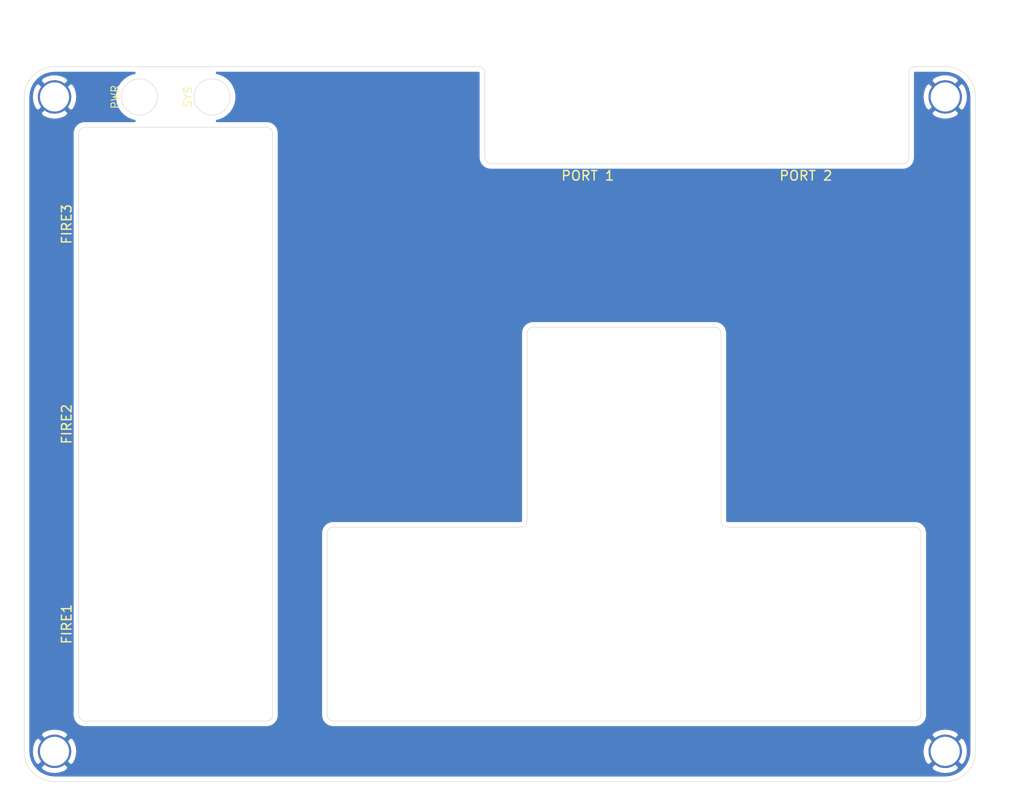
<source format=kicad_pcb>
(kicad_pcb (version 20171130) (host pcbnew "(5.1.8)-1")

  (general
    (thickness 1.6)
    (drawings 49)
    (tracks 0)
    (zones 0)
    (modules 4)
    (nets 2)
  )

  (page A4)
  (layers
    (0 F.Cu signal)
    (31 B.Cu signal)
    (32 B.Adhes user)
    (33 F.Adhes user)
    (34 B.Paste user)
    (35 F.Paste user)
    (36 B.SilkS user)
    (37 F.SilkS user)
    (38 B.Mask user)
    (39 F.Mask user)
    (40 Dwgs.User user)
    (41 Cmts.User user)
    (42 Eco1.User user)
    (43 Eco2.User user)
    (44 Edge.Cuts user)
    (45 Margin user)
    (46 B.CrtYd user)
    (47 F.CrtYd user)
    (48 B.Fab user)
    (49 F.Fab user)
  )

  (setup
    (last_trace_width 0.25)
    (trace_clearance 0.2)
    (zone_clearance 0.508)
    (zone_45_only no)
    (trace_min 0.2)
    (via_size 0.8)
    (via_drill 0.4)
    (via_min_size 0.4)
    (via_min_drill 0.3)
    (uvia_size 0.3)
    (uvia_drill 0.1)
    (uvias_allowed no)
    (uvia_min_size 0.2)
    (uvia_min_drill 0.1)
    (edge_width 0.05)
    (segment_width 0.2)
    (pcb_text_width 0.3)
    (pcb_text_size 1.5 1.5)
    (mod_edge_width 0.12)
    (mod_text_size 1 1)
    (mod_text_width 0.15)
    (pad_size 1.524 1.524)
    (pad_drill 0.762)
    (pad_to_mask_clearance 0)
    (aux_axis_origin 0 0)
    (visible_elements 7FFFFFFF)
    (pcbplotparams
      (layerselection 0x011fc_ffffffff)
      (usegerberextensions true)
      (usegerberattributes false)
      (usegerberadvancedattributes false)
      (creategerberjobfile false)
      (excludeedgelayer true)
      (linewidth 0.100000)
      (plotframeref false)
      (viasonmask false)
      (mode 1)
      (useauxorigin false)
      (hpglpennumber 1)
      (hpglpenspeed 20)
      (hpglpendiameter 15.000000)
      (psnegative false)
      (psa4output false)
      (plotreference true)
      (plotvalue true)
      (plotinvisibletext false)
      (padsonsilk false)
      (subtractmaskfromsilk false)
      (outputformat 1)
      (mirror false)
      (drillshape 0)
      (scaleselection 1)
      (outputdirectory "export/"))
  )

  (net 0 "")
  (net 1 "Net-(M1-Pad1)")

  (net_class Default "This is the default net class."
    (clearance 0.2)
    (trace_width 0.25)
    (via_dia 0.8)
    (via_drill 0.4)
    (uvia_dia 0.3)
    (uvia_drill 0.1)
    (add_net "Net-(M1-Pad1)")
  )

  (module mounting:M3_pin (layer F.Cu) (tedit 5F76331A) (tstamp 5FB9C1CD)
    (at 144.145 154.305)
    (descr "module 1 pin (ou trou mecanique de percage)")
    (tags DEV)
    (path /5FB6F935)
    (fp_text reference M1 (at 0 -3.048) (layer F.Fab) hide
      (effects (font (size 1 1) (thickness 0.15)))
    )
    (fp_text value Mounting (at 0 3) (layer F.Fab) hide
      (effects (font (size 1 1) (thickness 0.15)))
    )
    (fp_circle (center 0 0) (end 2.6 0) (layer F.CrtYd) (width 0.05))
    (fp_circle (center 0 0) (end 2 0.8) (layer F.Fab) (width 0.1))
    (pad 1 thru_hole circle (at 0 0) (size 3.5 3.5) (drill 3.048) (layers *.Cu *.Mask)
      (net 1 "Net-(M1-Pad1)") (solder_mask_margin 0.8))
  )

  (module mounting:M3_pin (layer F.Cu) (tedit 5F76331A) (tstamp 5FB9C1D3)
    (at 237.49 154.305)
    (descr "module 1 pin (ou trou mecanique de percage)")
    (tags DEV)
    (path /5FB70096)
    (fp_text reference M2 (at 0 -3.048) (layer F.Fab) hide
      (effects (font (size 1 1) (thickness 0.15)))
    )
    (fp_text value Mounting (at 0 3) (layer F.Fab) hide
      (effects (font (size 1 1) (thickness 0.15)))
    )
    (fp_circle (center 0 0) (end 2 0.8) (layer F.Fab) (width 0.1))
    (fp_circle (center 0 0) (end 2.6 0) (layer F.CrtYd) (width 0.05))
    (pad 1 thru_hole circle (at 0 0) (size 3.5 3.5) (drill 3.048) (layers *.Cu *.Mask)
      (net 1 "Net-(M1-Pad1)") (solder_mask_margin 0.8))
  )

  (module mounting:M3_pin (layer F.Cu) (tedit 5F76331A) (tstamp 5FB9C1D9)
    (at 237.49 85.725)
    (descr "module 1 pin (ou trou mecanique de percage)")
    (tags DEV)
    (path /5FB70244)
    (fp_text reference M3 (at 0 -3.048) (layer F.Fab) hide
      (effects (font (size 1 1) (thickness 0.15)))
    )
    (fp_text value Mounting (at 0 3) (layer F.Fab) hide
      (effects (font (size 1 1) (thickness 0.15)))
    )
    (fp_circle (center 0 0) (end 2.6 0) (layer F.CrtYd) (width 0.05))
    (fp_circle (center 0 0) (end 2 0.8) (layer F.Fab) (width 0.1))
    (pad 1 thru_hole circle (at 0 0) (size 3.5 3.5) (drill 3.048) (layers *.Cu *.Mask)
      (net 1 "Net-(M1-Pad1)") (solder_mask_margin 0.8))
  )

  (module mounting:M3_pin (layer F.Cu) (tedit 5F76331A) (tstamp 5FB9C1DF)
    (at 144.145 85.725)
    (descr "module 1 pin (ou trou mecanique de percage)")
    (tags DEV)
    (path /5FB705F7)
    (fp_text reference M4 (at 0 -3.048) (layer F.Fab) hide
      (effects (font (size 1 1) (thickness 0.15)))
    )
    (fp_text value Mounting (at 0 3) (layer F.Fab) hide
      (effects (font (size 1 1) (thickness 0.15)))
    )
    (fp_circle (center 0 0) (end 2 0.8) (layer F.Fab) (width 0.1))
    (fp_circle (center 0 0) (end 2.6 0) (layer F.CrtYd) (width 0.05))
    (pad 1 thru_hole circle (at 0 0) (size 3.5 3.5) (drill 3.048) (layers *.Cu *.Mask)
      (net 1 "Net-(M1-Pad1)") (solder_mask_margin 0.8))
  )

  (gr_text "PORT 1" (at 200.025 93.98) (layer F.SilkS) (tstamp 5FBC8038)
    (effects (font (size 1 1) (thickness 0.15)))
  )
  (gr_text "PORT 2" (at 222.885 93.98) (layer F.SilkS) (tstamp 5FBC8038)
    (effects (font (size 1 1) (thickness 0.15)))
  )
  (gr_text FIRE3 (at 145.415 99.06 90) (layer F.SilkS) (tstamp 5FBC8038)
    (effects (font (size 1 1) (thickness 0.15)))
  )
  (gr_text FIRE2 (at 145.415 120.015 90) (layer F.SilkS) (tstamp 5FBC8038)
    (effects (font (size 1 1) (thickness 0.15)))
  )
  (gr_text FIRE1 (at 145.415 140.97 90) (layer F.SilkS)
    (effects (font (size 1 1) (thickness 0.15)))
  )
  (gr_text SYS (at 158.115 85.725 90) (layer F.SilkS) (tstamp 5FBC6766)
    (effects (font (size 0.8 0.8) (thickness 0.1)))
  )
  (gr_text PWR (at 150.495 85.725 90) (layer F.SilkS)
    (effects (font (size 0.8 0.8) (thickness 0.1)))
  )
  (gr_circle (center 160.655 85.725) (end 162.555 85.725) (layer Edge.Cuts) (width 0.05) (tstamp 5FBC673B))
  (gr_circle (center 153.035 85.725) (end 154.935 85.725) (layer Edge.Cuts) (width 0.05))
  (gr_arc (start 189.865 92.075) (end 189.23 92.075) (angle -90) (layer Edge.Cuts) (width 0.05) (tstamp 5FBAF8B9))
  (gr_line (start 189.865 92.71) (end 233.045 92.71) (layer Edge.Cuts) (width 0.05) (tstamp 5FB9D7D8))
  (gr_line (start 189.23 92.075) (end 189.23 83.185) (layer Edge.Cuts) (width 0.05) (tstamp 5FB9D7D7))
  (gr_line (start 234.315 82.55) (end 237.49 82.55) (layer Edge.Cuts) (width 0.05) (tstamp 5FB9D7D6))
  (gr_line (start 233.68 92.075) (end 233.68 83.185) (layer Edge.Cuts) (width 0.05) (tstamp 5FB9D7D5))
  (gr_arc (start 234.315 83.185) (end 234.315 82.55) (angle -90) (layer Edge.Cuts) (width 0.05) (tstamp 5FB9D7D0))
  (gr_arc (start 188.595 83.185) (end 189.23 83.185) (angle -90) (layer Edge.Cuts) (width 0.05) (tstamp 5FB9D7C7))
  (gr_arc (start 233.045 92.075) (end 233.045 92.71) (angle -90) (layer Edge.Cuts) (width 0.05) (tstamp 5FB9D7B3))
  (gr_arc (start 237.49 85.725) (end 240.665 85.725) (angle -90) (layer Edge.Cuts) (width 0.05) (tstamp 5FB9CCB1))
  (gr_arc (start 144.145 85.725) (end 144.145 82.55) (angle -90) (layer Edge.Cuts) (width 0.05) (tstamp 5FB9CCB1))
  (gr_line (start 146.685 89.535) (end 146.685 150.495) (layer Edge.Cuts) (width 0.05) (tstamp 5FB9CBBF))
  (gr_line (start 166.37 88.9) (end 147.32 88.9) (layer Edge.Cuts) (width 0.05) (tstamp 5FB9CBBE))
  (gr_line (start 167.005 150.495) (end 167.005 89.535) (layer Edge.Cuts) (width 0.05) (tstamp 5FB9CBBD))
  (gr_line (start 147.32 151.13) (end 166.37 151.13) (layer Edge.Cuts) (width 0.05) (tstamp 5FB9CBBC))
  (gr_line (start 172.72 150.495) (end 172.72 131.445) (layer Edge.Cuts) (width 0.05) (tstamp 5FB9CBBB))
  (gr_line (start 234.315 151.13) (end 173.355 151.13) (layer Edge.Cuts) (width 0.05) (tstamp 5FB9CBBA))
  (gr_line (start 234.95 131.445) (end 234.95 150.495) (layer Edge.Cuts) (width 0.05) (tstamp 5FB9CBB9))
  (gr_line (start 214.63 130.81) (end 234.315 130.81) (layer Edge.Cuts) (width 0.05) (tstamp 5FB9CBB8))
  (gr_line (start 213.995 110.49) (end 213.995 130.175) (layer Edge.Cuts) (width 0.05) (tstamp 5FB9CBB7))
  (gr_line (start 194.31 109.855) (end 213.36 109.855) (layer Edge.Cuts) (width 0.05) (tstamp 5FB9CBB6))
  (gr_line (start 193.675 130.175) (end 193.675 110.49) (layer Edge.Cuts) (width 0.05) (tstamp 5FB9CBB5))
  (gr_line (start 173.355 130.81) (end 193.04 130.81) (layer Edge.Cuts) (width 0.05) (tstamp 5FB9CBB4))
  (gr_arc (start 173.355 131.445) (end 173.355 130.81) (angle -90) (layer Edge.Cuts) (width 0.05) (tstamp 5FB9CB9A))
  (gr_arc (start 214.63 130.175) (end 213.995 130.175) (angle -90) (layer Edge.Cuts) (width 0.05) (tstamp 5FB9CB9A))
  (gr_arc (start 193.04 130.175) (end 193.04 130.81) (angle -90) (layer Edge.Cuts) (width 0.05) (tstamp 5FB9CB9A))
  (gr_arc (start 194.31 110.49) (end 194.31 109.855) (angle -90) (layer Edge.Cuts) (width 0.05) (tstamp 5FB9CB9A))
  (gr_arc (start 213.36 110.49) (end 213.995 110.49) (angle -90) (layer Edge.Cuts) (width 0.05) (tstamp 5FB9CB9A))
  (gr_arc (start 234.315 131.445) (end 234.95 131.445) (angle -90) (layer Edge.Cuts) (width 0.05) (tstamp 5FB9CB9A))
  (gr_arc (start 173.355 150.495) (end 172.72 150.495) (angle -90) (layer Edge.Cuts) (width 0.05) (tstamp 5FB9CB9A))
  (gr_arc (start 166.37 89.535) (end 167.005 89.535) (angle -90) (layer Edge.Cuts) (width 0.05) (tstamp 5FB9CB9A))
  (gr_arc (start 147.32 89.535) (end 147.32 88.9) (angle -90) (layer Edge.Cuts) (width 0.05) (tstamp 5FB9CB9A))
  (gr_arc (start 234.315 150.495) (end 234.315 151.13) (angle -90) (layer Edge.Cuts) (width 0.05) (tstamp 5FB9C9C1))
  (gr_arc (start 166.37 150.495) (end 166.37 151.13) (angle -90) (layer Edge.Cuts) (width 0.05) (tstamp 5FB9C9B9))
  (gr_arc (start 147.32 150.495) (end 146.685 150.495) (angle -90) (layer Edge.Cuts) (width 0.05))
  (gr_arc (start 237.49 154.305) (end 237.49 157.48) (angle -90) (layer Edge.Cuts) (width 0.05) (tstamp 5FB9C7DE))
  (gr_arc (start 144.145 154.305) (end 140.97 154.305) (angle -90) (layer Edge.Cuts) (width 0.05))
  (gr_line (start 240.665 85.725) (end 240.665 154.305) (layer Edge.Cuts) (width 0.05))
  (gr_line (start 144.145 82.55) (end 188.595 82.55) (layer Edge.Cuts) (width 0.05))
  (gr_line (start 140.97 154.305) (end 140.97 85.725) (layer Edge.Cuts) (width 0.05))
  (gr_line (start 237.49 157.48) (end 144.145 157.48) (layer Edge.Cuts) (width 0.05))

  (zone (net 1) (net_name "Net-(M1-Pad1)") (layer B.Cu) (tstamp 5FF8C2F1) (hatch edge 0.508)
    (connect_pads (clearance 0.508))
    (min_thickness 0.254)
    (fill yes (arc_segments 32) (thermal_gap 0.508) (thermal_bridge_width 0.508))
    (polygon
      (pts
        (xy 245.745 160.02) (xy 138.43 160.02) (xy 138.43 75.565) (xy 245.745 75.565)
      )
    )
    (filled_polygon
      (pts
        (xy 152.286066 83.256094) (xy 151.818796 83.449643) (xy 151.398265 83.730633) (xy 151.040633 84.088265) (xy 150.759643 84.508796)
        (xy 150.566094 84.976066) (xy 150.467423 85.472116) (xy 150.467423 85.977884) (xy 150.566094 86.473934) (xy 150.759643 86.941204)
        (xy 151.040633 87.361735) (xy 151.398265 87.719367) (xy 151.818796 88.000357) (xy 152.286066 88.193906) (xy 152.517795 88.24)
        (xy 147.287581 88.24) (xy 147.259581 88.242758) (xy 147.255745 88.242731) (xy 147.246574 88.243631) (xy 147.123323 88.256586)
        (xy 147.064733 88.268613) (xy 147.005971 88.279822) (xy 146.997149 88.282486) (xy 146.878762 88.319133) (xy 146.823632 88.342308)
        (xy 146.768153 88.364722) (xy 146.760017 88.369049) (xy 146.651002 88.427993) (xy 146.601422 88.461435) (xy 146.551355 88.494197)
        (xy 146.544214 88.500022) (xy 146.448724 88.579018) (xy 146.406603 88.621434) (xy 146.363834 88.663316) (xy 146.357961 88.670416)
        (xy 146.279633 88.766455) (xy 146.246518 88.816297) (xy 146.212733 88.865638) (xy 146.20835 88.873744) (xy 146.150168 88.983168)
        (xy 146.127384 89.038446) (xy 146.103807 89.093455) (xy 146.101082 89.102259) (xy 146.065262 89.220899) (xy 146.053641 89.279592)
        (xy 146.041206 89.338095) (xy 146.040244 89.347253) (xy 146.040244 89.347254) (xy 146.040243 89.347259) (xy 146.02815 89.470598)
        (xy 146.025 89.502582) (xy 146.025001 150.527419) (xy 146.027758 150.55541) (xy 146.027731 150.559255) (xy 146.028631 150.568426)
        (xy 146.041586 150.691677) (xy 146.053615 150.750274) (xy 146.064822 150.809028) (xy 146.067486 150.81785) (xy 146.104133 150.936238)
        (xy 146.127308 150.991368) (xy 146.149722 151.046847) (xy 146.154049 151.054983) (xy 146.212992 151.163998) (xy 146.246437 151.213582)
        (xy 146.279197 151.263645) (xy 146.285022 151.270786) (xy 146.364018 151.366276) (xy 146.406467 151.40843) (xy 146.448315 151.451165)
        (xy 146.455416 151.457039) (xy 146.551455 151.535367) (xy 146.601281 151.568472) (xy 146.650638 151.602267) (xy 146.658744 151.60665)
        (xy 146.768167 151.664832) (xy 146.823459 151.687621) (xy 146.878455 151.711193) (xy 146.887258 151.713918) (xy 147.005899 151.749737)
        (xy 147.064583 151.761357) (xy 147.123094 151.773794) (xy 147.13225 151.774756) (xy 147.132255 151.774757) (xy 147.132259 151.774757)
        (xy 147.255597 151.78685) (xy 147.255598 151.78685) (xy 147.287581 151.79) (xy 166.402419 151.79) (xy 166.430419 151.787242)
        (xy 166.434255 151.787269) (xy 166.443426 151.786369) (xy 166.566677 151.773414) (xy 166.625274 151.761385) (xy 166.684028 151.750178)
        (xy 166.69285 151.747514) (xy 166.811238 151.710867) (xy 166.866368 151.687692) (xy 166.921847 151.665278) (xy 166.929983 151.660951)
        (xy 167.038998 151.602008) (xy 167.088582 151.568563) (xy 167.138645 151.535803) (xy 167.145786 151.529978) (xy 167.241276 151.450982)
        (xy 167.28343 151.408533) (xy 167.326165 151.366685) (xy 167.332039 151.359584) (xy 167.410367 151.263545) (xy 167.443472 151.213719)
        (xy 167.477267 151.164362) (xy 167.48165 151.156256) (xy 167.539832 151.046833) (xy 167.562621 150.991541) (xy 167.586193 150.936545)
        (xy 167.588918 150.927742) (xy 167.624737 150.809101) (xy 167.636359 150.750408) (xy 167.648794 150.691906) (xy 167.649756 150.68275)
        (xy 167.649757 150.682745) (xy 167.649757 150.682741) (xy 167.66185 150.559403) (xy 167.66185 150.559402) (xy 167.665 150.527419)
        (xy 167.665 150.527418) (xy 172.06 150.527418) (xy 172.062758 150.555419) (xy 172.062731 150.559255) (xy 172.063631 150.568426)
        (xy 172.076586 150.691677) (xy 172.088615 150.750274) (xy 172.099822 150.809028) (xy 172.102486 150.81785) (xy 172.139133 150.936238)
        (xy 172.162308 150.991368) (xy 172.184722 151.046847) (xy 172.189049 151.054983) (xy 172.247992 151.163998) (xy 172.281437 151.213582)
        (xy 172.314197 151.263645) (xy 172.320022 151.270786) (xy 172.399018 151.366276) (xy 172.441467 151.40843) (xy 172.483315 151.451165)
        (xy 172.490416 151.457039) (xy 172.586455 151.535367) (xy 172.636281 151.568472) (xy 172.685638 151.602267) (xy 172.693744 151.60665)
        (xy 172.803167 151.664832) (xy 172.858459 151.687621) (xy 172.913455 151.711193) (xy 172.922258 151.713918) (xy 173.040899 151.749737)
        (xy 173.099583 151.761357) (xy 173.158094 151.773794) (xy 173.16725 151.774756) (xy 173.167255 151.774757) (xy 173.167259 151.774757)
        (xy 173.290597 151.78685) (xy 173.290598 151.78685) (xy 173.322581 151.79) (xy 234.347419 151.79) (xy 234.375419 151.787242)
        (xy 234.379255 151.787269) (xy 234.388426 151.786369) (xy 234.511677 151.773414) (xy 234.570274 151.761385) (xy 234.629028 151.750178)
        (xy 234.63785 151.747514) (xy 234.756238 151.710867) (xy 234.811368 151.687692) (xy 234.866847 151.665278) (xy 234.874983 151.660951)
        (xy 234.983998 151.602008) (xy 235.033582 151.568563) (xy 235.083645 151.535803) (xy 235.090786 151.529978) (xy 235.186276 151.450982)
        (xy 235.22843 151.408533) (xy 235.271165 151.366685) (xy 235.277039 151.359584) (xy 235.355367 151.263545) (xy 235.388472 151.213719)
        (xy 235.422267 151.164362) (xy 235.42665 151.156256) (xy 235.484832 151.046833) (xy 235.507621 150.991541) (xy 235.531193 150.936545)
        (xy 235.533918 150.927742) (xy 235.569737 150.809101) (xy 235.581359 150.750408) (xy 235.593794 150.691906) (xy 235.594756 150.68275)
        (xy 235.594757 150.682745) (xy 235.594757 150.682741) (xy 235.60685 150.559403) (xy 235.60685 150.559402) (xy 235.61 150.527419)
        (xy 235.61 131.412581) (xy 235.607242 131.384581) (xy 235.607269 131.380745) (xy 235.606369 131.371574) (xy 235.593414 131.248323)
        (xy 235.581387 131.189733) (xy 235.570178 131.130971) (xy 235.567514 131.122149) (xy 235.530867 131.003762) (xy 235.507692 130.948632)
        (xy 235.485278 130.893153) (xy 235.480951 130.885017) (xy 235.422007 130.776002) (xy 235.388565 130.726422) (xy 235.355803 130.676355)
        (xy 235.349978 130.669214) (xy 235.270982 130.573724) (xy 235.228566 130.531603) (xy 235.186684 130.488834) (xy 235.179584 130.482961)
        (xy 235.083545 130.404633) (xy 235.033703 130.371518) (xy 234.984362 130.337733) (xy 234.976256 130.33335) (xy 234.866832 130.275168)
        (xy 234.811554 130.252384) (xy 234.756545 130.228807) (xy 234.747741 130.226082) (xy 234.629101 130.190262) (xy 234.570372 130.178633)
        (xy 234.511905 130.166206) (xy 234.502747 130.165244) (xy 234.502744 130.165243) (xy 234.502741 130.165243) (xy 234.379402 130.15315)
        (xy 234.347419 130.15) (xy 214.662275 130.15) (xy 214.655487 130.149335) (xy 214.655 130.144699) (xy 214.655 110.457581)
        (xy 214.652242 110.429581) (xy 214.652269 110.425745) (xy 214.651369 110.416574) (xy 214.638414 110.293323) (xy 214.626387 110.234733)
        (xy 214.615178 110.175971) (xy 214.612514 110.167149) (xy 214.575867 110.048762) (xy 214.552692 109.993632) (xy 214.530278 109.938153)
        (xy 214.525951 109.930017) (xy 214.467007 109.821002) (xy 214.433565 109.771422) (xy 214.400803 109.721355) (xy 214.394978 109.714214)
        (xy 214.315982 109.618724) (xy 214.273566 109.576603) (xy 214.231684 109.533834) (xy 214.224584 109.527961) (xy 214.128545 109.449633)
        (xy 214.078703 109.416518) (xy 214.029362 109.382733) (xy 214.021256 109.37835) (xy 213.911832 109.320168) (xy 213.856554 109.297384)
        (xy 213.801545 109.273807) (xy 213.792741 109.271082) (xy 213.674101 109.235262) (xy 213.615372 109.223633) (xy 213.556905 109.211206)
        (xy 213.547747 109.210244) (xy 213.547744 109.210243) (xy 213.547741 109.210243) (xy 213.424402 109.19815) (xy 213.392419 109.195)
        (xy 194.277581 109.195) (xy 194.249581 109.197758) (xy 194.245745 109.197731) (xy 194.236574 109.198631) (xy 194.113323 109.211586)
        (xy 194.054733 109.223613) (xy 193.995971 109.234822) (xy 193.987149 109.237486) (xy 193.868762 109.274133) (xy 193.813632 109.297308)
        (xy 193.758153 109.319722) (xy 193.750017 109.324049) (xy 193.641002 109.382993) (xy 193.591422 109.416435) (xy 193.541355 109.449197)
        (xy 193.534214 109.455022) (xy 193.438724 109.534018) (xy 193.396603 109.576434) (xy 193.353834 109.618316) (xy 193.347961 109.625416)
        (xy 193.269633 109.721455) (xy 193.236518 109.771297) (xy 193.202733 109.820638) (xy 193.19835 109.828744) (xy 193.140168 109.938168)
        (xy 193.117384 109.993446) (xy 193.093807 110.048455) (xy 193.091082 110.057259) (xy 193.055262 110.175899) (xy 193.043641 110.234592)
        (xy 193.031206 110.293095) (xy 193.030244 110.302253) (xy 193.030244 110.302254) (xy 193.030243 110.302259) (xy 193.01815 110.425598)
        (xy 193.01815 110.425608) (xy 193.015001 110.457581) (xy 193.015 130.142725) (xy 193.014335 130.149513) (xy 193.009699 130.15)
        (xy 173.322581 130.15) (xy 173.294581 130.152758) (xy 173.290745 130.152731) (xy 173.281574 130.153631) (xy 173.158323 130.166586)
        (xy 173.099733 130.178613) (xy 173.040971 130.189822) (xy 173.032149 130.192486) (xy 172.913762 130.229133) (xy 172.858632 130.252308)
        (xy 172.803153 130.274722) (xy 172.795017 130.279049) (xy 172.686002 130.337993) (xy 172.636422 130.371435) (xy 172.586355 130.404197)
        (xy 172.579214 130.410022) (xy 172.483724 130.489018) (xy 172.441603 130.531434) (xy 172.398834 130.573316) (xy 172.392961 130.580416)
        (xy 172.314633 130.676455) (xy 172.281518 130.726297) (xy 172.247733 130.775638) (xy 172.24335 130.783744) (xy 172.185168 130.893168)
        (xy 172.16239 130.948432) (xy 172.138807 131.003455) (xy 172.136082 131.012259) (xy 172.100262 131.130899) (xy 172.088641 131.189592)
        (xy 172.076206 131.248095) (xy 172.075244 131.257253) (xy 172.075244 131.257254) (xy 172.075243 131.257259) (xy 172.06315 131.380598)
        (xy 172.06315 131.380608) (xy 172.060001 131.412581) (xy 172.06 150.527418) (xy 167.665 150.527418) (xy 167.665 89.502581)
        (xy 167.662242 89.474581) (xy 167.662269 89.470745) (xy 167.661369 89.461574) (xy 167.648414 89.338323) (xy 167.636387 89.279733)
        (xy 167.625178 89.220971) (xy 167.622514 89.212149) (xy 167.585867 89.093762) (xy 167.562692 89.038632) (xy 167.540278 88.983153)
        (xy 167.535951 88.975017) (xy 167.477007 88.866002) (xy 167.443565 88.816422) (xy 167.410803 88.766355) (xy 167.404978 88.759214)
        (xy 167.325982 88.663724) (xy 167.283566 88.621603) (xy 167.241684 88.578834) (xy 167.234584 88.572961) (xy 167.138545 88.494633)
        (xy 167.088703 88.461518) (xy 167.039362 88.427733) (xy 167.031256 88.42335) (xy 166.921832 88.365168) (xy 166.866554 88.342384)
        (xy 166.811545 88.318807) (xy 166.802741 88.316082) (xy 166.684101 88.280262) (xy 166.625372 88.268633) (xy 166.566905 88.256206)
        (xy 166.557747 88.255244) (xy 166.557744 88.255243) (xy 166.557741 88.255243) (xy 166.434402 88.24315) (xy 166.402419 88.24)
        (xy 161.172205 88.24) (xy 161.403934 88.193906) (xy 161.871204 88.000357) (xy 162.291735 87.719367) (xy 162.649367 87.361735)
        (xy 162.930357 86.941204) (xy 163.123906 86.473934) (xy 163.222577 85.977884) (xy 163.222577 85.472116) (xy 163.123906 84.976066)
        (xy 162.930357 84.508796) (xy 162.649367 84.088265) (xy 162.291735 83.730633) (xy 161.871204 83.449643) (xy 161.403934 83.256094)
        (xy 161.172205 83.21) (xy 188.562725 83.21) (xy 188.569513 83.210666) (xy 188.570001 83.21531) (xy 188.57 92.107418)
        (xy 188.572758 92.135419) (xy 188.572731 92.139255) (xy 188.573631 92.148426) (xy 188.586586 92.271677) (xy 188.598615 92.330274)
        (xy 188.609822 92.389028) (xy 188.612486 92.39785) (xy 188.649133 92.516238) (xy 188.672308 92.571368) (xy 188.694722 92.626847)
        (xy 188.699049 92.634983) (xy 188.757992 92.743998) (xy 188.791437 92.793582) (xy 188.824197 92.843645) (xy 188.830022 92.850786)
        (xy 188.909018 92.946276) (xy 188.951467 92.98843) (xy 188.993315 93.031165) (xy 189.000416 93.037039) (xy 189.096455 93.115367)
        (xy 189.146281 93.148472) (xy 189.195638 93.182267) (xy 189.203744 93.18665) (xy 189.313167 93.244832) (xy 189.368459 93.267621)
        (xy 189.423455 93.291193) (xy 189.432258 93.293918) (xy 189.550899 93.329737) (xy 189.609583 93.341357) (xy 189.668094 93.353794)
        (xy 189.67725 93.354756) (xy 189.677255 93.354757) (xy 189.677259 93.354757) (xy 189.800597 93.36685) (xy 189.800598 93.36685)
        (xy 189.832581 93.37) (xy 233.077419 93.37) (xy 233.105419 93.367242) (xy 233.109255 93.367269) (xy 233.118426 93.366369)
        (xy 233.241677 93.353414) (xy 233.300274 93.341385) (xy 233.359028 93.330178) (xy 233.36785 93.327514) (xy 233.486238 93.290867)
        (xy 233.541368 93.267692) (xy 233.596847 93.245278) (xy 233.604983 93.240951) (xy 233.713998 93.182008) (xy 233.763582 93.148563)
        (xy 233.813645 93.115803) (xy 233.820786 93.109978) (xy 233.916276 93.030982) (xy 233.95843 92.988533) (xy 234.001165 92.946685)
        (xy 234.007039 92.939584) (xy 234.085367 92.843545) (xy 234.118472 92.793719) (xy 234.152267 92.744362) (xy 234.15665 92.736256)
        (xy 234.214832 92.626833) (xy 234.237621 92.571541) (xy 234.261193 92.516545) (xy 234.263918 92.507742) (xy 234.299737 92.389101)
        (xy 234.311359 92.330408) (xy 234.323794 92.271906) (xy 234.324756 92.26275) (xy 234.324757 92.262745) (xy 234.324757 92.262741)
        (xy 234.33685 92.139403) (xy 234.33685 92.139402) (xy 234.34 92.107419) (xy 234.34 87.394609) (xy 235.999997 87.394609)
        (xy 236.186073 87.735766) (xy 236.603409 87.951513) (xy 237.054815 88.081696) (xy 237.522946 88.121313) (xy 237.989811 88.068842)
        (xy 238.437468 87.926297) (xy 238.793927 87.735766) (xy 238.980003 87.394609) (xy 237.49 85.904605) (xy 235.999997 87.394609)
        (xy 234.34 87.394609) (xy 234.34 85.757946) (xy 235.093687 85.757946) (xy 235.146158 86.224811) (xy 235.288703 86.672468)
        (xy 235.479234 87.028927) (xy 235.820391 87.215003) (xy 237.310395 85.725) (xy 237.669605 85.725) (xy 239.159609 87.215003)
        (xy 239.500766 87.028927) (xy 239.716513 86.611591) (xy 239.846696 86.160185) (xy 239.886313 85.692054) (xy 239.833842 85.225189)
        (xy 239.691297 84.777532) (xy 239.500766 84.421073) (xy 239.159609 84.234997) (xy 237.669605 85.725) (xy 237.310395 85.725)
        (xy 235.820391 84.234997) (xy 235.479234 84.421073) (xy 235.263487 84.838409) (xy 235.133304 85.289815) (xy 235.093687 85.757946)
        (xy 234.34 85.757946) (xy 234.34 84.055391) (xy 235.999997 84.055391) (xy 237.49 85.545395) (xy 238.980003 84.055391)
        (xy 238.793927 83.714234) (xy 238.376591 83.498487) (xy 237.925185 83.368304) (xy 237.457054 83.328687) (xy 236.990189 83.381158)
        (xy 236.542532 83.523703) (xy 236.186073 83.714234) (xy 235.999997 84.055391) (xy 234.34 84.055391) (xy 234.34 83.217275)
        (xy 234.340666 83.210487) (xy 234.345301 83.21) (xy 237.457722 83.21) (xy 237.977884 83.261002) (xy 238.447188 83.402694)
        (xy 238.880025 83.632837) (xy 239.259927 83.942678) (xy 239.572403 84.320397) (xy 239.805569 84.751627) (xy 239.950532 85.219928)
        (xy 240.005 85.738153) (xy 240.005001 154.272712) (xy 239.953998 154.792883) (xy 239.812307 155.262186) (xy 239.582161 155.695028)
        (xy 239.272323 156.074927) (xy 238.8946 156.387406) (xy 238.463373 156.620569) (xy 237.995073 156.765532) (xy 237.476847 156.82)
        (xy 144.177278 156.82) (xy 143.657117 156.768998) (xy 143.187814 156.627307) (xy 142.754972 156.397161) (xy 142.375073 156.087323)
        (xy 142.281829 155.974609) (xy 142.654997 155.974609) (xy 142.841073 156.315766) (xy 143.258409 156.531513) (xy 143.709815 156.661696)
        (xy 144.177946 156.701313) (xy 144.644811 156.648842) (xy 145.092468 156.506297) (xy 145.448927 156.315766) (xy 145.635003 155.974609)
        (xy 235.999997 155.974609) (xy 236.186073 156.315766) (xy 236.603409 156.531513) (xy 237.054815 156.661696) (xy 237.522946 156.701313)
        (xy 237.989811 156.648842) (xy 238.437468 156.506297) (xy 238.793927 156.315766) (xy 238.980003 155.974609) (xy 237.49 154.484605)
        (xy 235.999997 155.974609) (xy 145.635003 155.974609) (xy 144.145 154.484605) (xy 142.654997 155.974609) (xy 142.281829 155.974609)
        (xy 142.062594 155.7096) (xy 141.829431 155.278373) (xy 141.684468 154.810073) (xy 141.634846 154.337946) (xy 141.748687 154.337946)
        (xy 141.801158 154.804811) (xy 141.943703 155.252468) (xy 142.134234 155.608927) (xy 142.475391 155.795003) (xy 143.965395 154.305)
        (xy 144.324605 154.305) (xy 145.814609 155.795003) (xy 146.155766 155.608927) (xy 146.371513 155.191591) (xy 146.501696 154.740185)
        (xy 146.535736 154.337946) (xy 235.093687 154.337946) (xy 235.146158 154.804811) (xy 235.288703 155.252468) (xy 235.479234 155.608927)
        (xy 235.820391 155.795003) (xy 237.310395 154.305) (xy 237.669605 154.305) (xy 239.159609 155.795003) (xy 239.500766 155.608927)
        (xy 239.716513 155.191591) (xy 239.846696 154.740185) (xy 239.886313 154.272054) (xy 239.833842 153.805189) (xy 239.691297 153.357532)
        (xy 239.500766 153.001073) (xy 239.159609 152.814997) (xy 237.669605 154.305) (xy 237.310395 154.305) (xy 235.820391 152.814997)
        (xy 235.479234 153.001073) (xy 235.263487 153.418409) (xy 235.133304 153.869815) (xy 235.093687 154.337946) (xy 146.535736 154.337946)
        (xy 146.541313 154.272054) (xy 146.488842 153.805189) (xy 146.346297 153.357532) (xy 146.155766 153.001073) (xy 145.814609 152.814997)
        (xy 144.324605 154.305) (xy 143.965395 154.305) (xy 142.475391 152.814997) (xy 142.134234 153.001073) (xy 141.918487 153.418409)
        (xy 141.788304 153.869815) (xy 141.748687 154.337946) (xy 141.634846 154.337946) (xy 141.63 154.291847) (xy 141.63 152.635391)
        (xy 142.654997 152.635391) (xy 144.145 154.125395) (xy 145.635003 152.635391) (xy 235.999997 152.635391) (xy 237.49 154.125395)
        (xy 238.980003 152.635391) (xy 238.793927 152.294234) (xy 238.376591 152.078487) (xy 237.925185 151.948304) (xy 237.457054 151.908687)
        (xy 236.990189 151.961158) (xy 236.542532 152.103703) (xy 236.186073 152.294234) (xy 235.999997 152.635391) (xy 145.635003 152.635391)
        (xy 145.448927 152.294234) (xy 145.031591 152.078487) (xy 144.580185 151.948304) (xy 144.112054 151.908687) (xy 143.645189 151.961158)
        (xy 143.197532 152.103703) (xy 142.841073 152.294234) (xy 142.654997 152.635391) (xy 141.63 152.635391) (xy 141.63 87.394609)
        (xy 142.654997 87.394609) (xy 142.841073 87.735766) (xy 143.258409 87.951513) (xy 143.709815 88.081696) (xy 144.177946 88.121313)
        (xy 144.644811 88.068842) (xy 145.092468 87.926297) (xy 145.448927 87.735766) (xy 145.635003 87.394609) (xy 144.145 85.904605)
        (xy 142.654997 87.394609) (xy 141.63 87.394609) (xy 141.63 85.757946) (xy 141.748687 85.757946) (xy 141.801158 86.224811)
        (xy 141.943703 86.672468) (xy 142.134234 87.028927) (xy 142.475391 87.215003) (xy 143.965395 85.725) (xy 144.324605 85.725)
        (xy 145.814609 87.215003) (xy 146.155766 87.028927) (xy 146.371513 86.611591) (xy 146.501696 86.160185) (xy 146.541313 85.692054)
        (xy 146.488842 85.225189) (xy 146.346297 84.777532) (xy 146.155766 84.421073) (xy 145.814609 84.234997) (xy 144.324605 85.725)
        (xy 143.965395 85.725) (xy 142.475391 84.234997) (xy 142.134234 84.421073) (xy 141.918487 84.838409) (xy 141.788304 85.289815)
        (xy 141.748687 85.757946) (xy 141.63 85.757946) (xy 141.63 85.757278) (xy 141.681002 85.237116) (xy 141.822694 84.767812)
        (xy 142.052837 84.334975) (xy 142.28086 84.055391) (xy 142.654997 84.055391) (xy 144.145 85.545395) (xy 145.635003 84.055391)
        (xy 145.448927 83.714234) (xy 145.031591 83.498487) (xy 144.580185 83.368304) (xy 144.112054 83.328687) (xy 143.645189 83.381158)
        (xy 143.197532 83.523703) (xy 142.841073 83.714234) (xy 142.654997 84.055391) (xy 142.28086 84.055391) (xy 142.362678 83.955073)
        (xy 142.740397 83.642597) (xy 143.171627 83.409431) (xy 143.639928 83.264468) (xy 144.158153 83.21) (xy 152.517795 83.21)
      )
    )
  )
)

</source>
